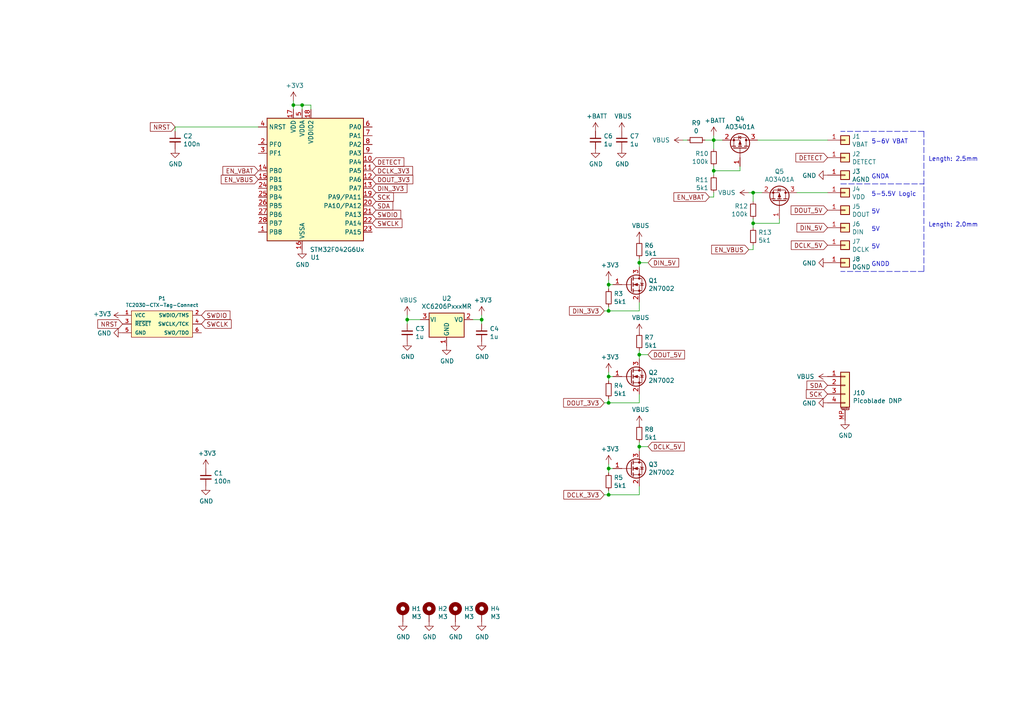
<source format=kicad_sch>
(kicad_sch (version 20211123) (generator eeschema)
  (paper "A4")
  (title_block (title "EF-S Mount board") (date "2023-02-02") (rev "v1.0.1") (company "Jana Marie hemsing"))
  (lib_symbols
    (symbol "Connector_Generic:Conn_01x01" (pin_names (offset 1.016) hide)
      (property "Reference" "J" (at 0 2.54 0))
      (property "Value" "Conn_01x01" (at 0 -2.54 0))
      (symbol "Conn_01x01_1_1"
        (rectangle (start -1.27 0.127) (end 0 -0.127) (stroke (width 0.1524)))
        (rectangle (start -1.27 1.27) (end 1.27 -1.27) (stroke (width 0.254)) (fill (type background)))
        (pin passive line (at -5.08 0 0) (length 3.81) (name "Pin_1") (number "1"))
      )
    )
    (symbol "Connector_Generic_MountingPin:Conn_01x04_MountingPin" (pin_names (offset 1.016) hide)
      (property "Reference" "J" (at 0 5.08 0))
      (property "Value" "Conn_01x04_MountingPin" (at 1.27 -7.62 0))
      (symbol "Conn_01x04_MountingPin_1_1"
        (rectangle (start -1.27 -4.953) (end 0 -5.207) (stroke (width 0.1524)))
        (rectangle (start -1.27 -2.413) (end 0 -2.667) (stroke (width 0.1524)))
        (rectangle (start -1.27 0.127) (end 0 -0.127) (stroke (width 0.1524)))
        (rectangle (start -1.27 2.667) (end 0 2.413) (stroke (width 0.1524)))
        (rectangle (start -1.27 3.81) (end 1.27 -6.35) (stroke (width 0.254)) (fill (type background)))
        (polyline (pts (xy -1.016 -7.112) (xy 1.016 -7.112)) (stroke (width 0.1524)))
        (text "Mounting" (at 0 -6.731 0) (effects (font (size 0.381 0.381))))
        (pin passive line (at -5.08 2.54 0) (length 3.81) (name "Pin_1") (number "1"))
        (pin passive line (at -5.08 0 0) (length 3.81) (name "Pin_2") (number "2"))
        (pin passive line (at -5.08 -2.54 0) (length 3.81) (name "Pin_3") (number "3"))
        (pin passive line (at -5.08 -5.08 0) (length 3.81) (name "Pin_4") (number "4"))
        (pin passive line (at 0 -10.16 90) (length 3.048) (name "MountPin") (number "MP"))
      )
    )
    (symbol "Device:C_Small" (pin_numbers hide) (pin_names (offset 0.254) hide)
      (property "Reference" "C" (at 0.254 1.778 0))
      (property "Value" "C_Small" (at 0.254 -2.032 0))
      (symbol "C_Small_0_1"
        (polyline (pts (xy -1.524 -0.508) (xy 1.524 -0.508)) (stroke (width 0.3302)))
        (polyline (pts (xy -1.524 0.508) (xy 1.524 0.508)) (stroke (width 0.3048)))
      )
      (symbol "C_Small_1_1"
        (pin passive line (at 0 2.54 270) (length 2.032) (name "~") (number "1"))
        (pin passive line (at 0 -2.54 90) (length 2.032) (name "~") (number "2"))
      )
    )
    (symbol "Device:R_Small" (pin_numbers hide) (pin_names (offset 0.254) hide)
      (property "Reference" "R" (at 0.762 0.508 0))
      (property "Value" "R_Small" (at 0.762 -1.016 0))
      (symbol "R_Small_0_1"
        (rectangle (start -0.762 1.778) (end 0.762 -1.778) (stroke (width 0.2032)))
      )
      (symbol "R_Small_1_1"
        (pin passive line (at 0 2.54 270) (length 0.762) (name "~") (number "1"))
        (pin passive line (at 0 -2.54 90) (length 0.762) (name "~") (number "2"))
      )
    )
    (symbol "MCU_ST_STM32F0:STM32F042G6Ux"
      (property "Reference" "U" (at -15.24 19.05 0))
      (property "Value" "STM32F042G6Ux" (at 0 19.05 0))
      (symbol "STM32F042G6Ux_0_1"
        (rectangle (start -15.24 -17.78) (end 12.7 17.78) (stroke (width 0.254)) (fill (type background)))
      )
      (symbol "STM32F042G6Ux_1_1"
        (pin bidirectional line (at -17.78 -15.24 0) (length 2.54) (name "PB8") (number "1"))
        (pin bidirectional line (at 15.24 5.08 180) (length 2.54) (name "PA4") (number "10"))
        (pin bidirectional line (at 15.24 2.54 180) (length 2.54) (name "PA5") (number "11"))
        (pin bidirectional line (at 15.24 0 180) (length 2.54) (name "PA6") (number "12"))
        (pin bidirectional line (at 15.24 -2.54 180) (length 2.54) (name "PA7") (number "13"))
        (pin bidirectional line (at -17.78 2.54 0) (length 2.54) (name "PB0") (number "14"))
        (pin bidirectional line (at -17.78 0 0) (length 2.54) (name "PB1") (number "15"))
        (pin power_in line (at -5.08 -20.32 90) (length 2.54) (name "VSSA") (number "16"))
        (pin power_in line (at -7.62 20.32 270) (length 2.54) (name "VDD") (number "17"))
        (pin power_in line (at -2.54 20.32 270) (length 2.54) (name "VDDIO2") (number "18"))
        (pin bidirectional line (at 15.24 -5.08 180) (length 2.54) (name "PA9/PA11") (number "19"))
        (pin input line (at -17.78 10.16 0) (length 2.54) (name "PF0") (number "2"))
        (pin bidirectional line (at 15.24 -7.62 180) (length 2.54) (name "PA10/PA12") (number "20"))
        (pin bidirectional line (at 15.24 -10.16 180) (length 2.54) (name "PA13") (number "21"))
        (pin bidirectional line (at 15.24 -12.7 180) (length 2.54) (name "PA14") (number "22"))
        (pin bidirectional line (at 15.24 -15.24 180) (length 2.54) (name "PA15") (number "23"))
        (pin bidirectional line (at -17.78 -2.54 0) (length 2.54) (name "PB3") (number "24"))
        (pin bidirectional line (at -17.78 -5.08 0) (length 2.54) (name "PB4") (number "25"))
        (pin bidirectional line (at -17.78 -7.62 0) (length 2.54) (name "PB5") (number "26"))
        (pin bidirectional line (at -17.78 -10.16 0) (length 2.54) (name "PB6") (number "27"))
        (pin bidirectional line (at -17.78 -12.7 0) (length 2.54) (name "PB7") (number "28"))
        (pin input line (at -17.78 7.62 0) (length 2.54) (name "PF1") (number "3"))
        (pin input line (at -17.78 15.24 0) (length 2.54) (name "NRST") (number "4"))
        (pin power_in line (at -5.08 20.32 270) (length 2.54) (name "VDDA") (number "5"))
        (pin bidirectional line (at 15.24 15.24 180) (length 2.54) (name "PA0") (number "6"))
        (pin bidirectional line (at 15.24 12.7 180) (length 2.54) (name "PA1") (number "7"))
        (pin bidirectional line (at 15.24 10.16 180) (length 2.54) (name "PA2") (number "8"))
        (pin bidirectional line (at 15.24 7.62 180) (length 2.54) (name "PA3") (number "9"))
      )
    )
    (symbol "Mechanical:MountingHole_Pad" (pin_numbers hide) (pin_names (offset 1.016) hide)
      (property "Reference" "H" (at 0 6.35 0))
      (property "Value" "MountingHole_Pad" (at 0 4.445 0))
      (symbol "MountingHole_Pad_0_1"
        (circle (center 0 1.27) (radius 1.27) (stroke (width 1.27)))
      )
      (symbol "MountingHole_Pad_1_1"
        (pin input line (at 0 -2.54 90) (length 2.54) (name "1") (number "1"))
      )
    )
    (symbol "Regulator_Linear:XC6206PxxxMR" (pin_names (offset 0.254))
      (property "Reference" "U" (at -3.81 3.175 0))
      (property "Value" "XC6206PxxxMR" (at 0 3.175 0))
      (symbol "XC6206PxxxMR_0_1"
        (rectangle (start -5.08 1.905) (end 5.08 -5.08) (stroke (width 0.254)) (fill (type background)))
      )
      (symbol "XC6206PxxxMR_1_1"
        (pin power_in line (at 0 -7.62 90) (length 2.54) (name "GND") (number "1"))
        (pin power_out line (at 7.62 0 180) (length 2.54) (name "VO") (number "2"))
        (pin power_in line (at -7.62 0 0) (length 2.54) (name "VI") (number "3"))
      )
    )
    (symbol "Transistor_FET:2N7002" (pin_names hide)
      (property "Reference" "Q" (at 5.08 1.905 0))
      (property "Value" "2N7002" (at 5.08 0 0))
      (symbol "2N7002_0_1"
        (polyline (pts (xy 0.254 0) (xy -2.54 0)))
        (polyline (pts (xy 0.254 1.905) (xy 0.254 -1.905)) (stroke (width 0.254)))
        (polyline (pts (xy 0.762 -1.27) (xy 0.762 -2.286)) (stroke (width 0.254)))
        (polyline (pts (xy 0.762 0.508) (xy 0.762 -0.508)) (stroke (width 0.254)))
        (polyline (pts (xy 0.762 2.286) (xy 0.762 1.27)) (stroke (width 0.254)))
        (polyline (pts (xy 2.54 2.54) (xy 2.54 1.778)))
        (polyline (pts (xy 2.54 -2.54) (xy 2.54 0) (xy 0.762 0)))
        (polyline (pts (xy 0.762 -1.778) (xy 3.302 -1.778) (xy 3.302 1.778) (xy 0.762 1.778)))
        (polyline (pts (xy 1.016 0) (xy 2.032 0.381) (xy 2.032 -0.381) (xy 1.016 0)) (fill (type outline)))
        (polyline (pts (xy 2.794 0.508) (xy 2.921 0.381) (xy 3.683 0.381) (xy 3.81 0.254)))
        (polyline (pts (xy 3.302 0.381) (xy 2.921 -0.254) (xy 3.683 -0.254) (xy 3.302 0.381)))
        (circle (center 1.651 0) (radius 2.794) (stroke (width 0.254)))
        (circle (center 2.54 -1.778) (radius 0.254) (fill (type outline)))
        (circle (center 2.54 1.778) (radius 0.254) (fill (type outline)))
      )
      (symbol "2N7002_1_1"
        (pin input line (at -5.08 0 0) (length 2.54) (name "G") (number "1"))
        (pin passive line (at 2.54 -5.08 90) (length 2.54) (name "S") (number "2"))
        (pin passive line (at 2.54 5.08 270) (length 2.54) (name "D") (number "3"))
      )
    )
    (symbol "Transistor_FET:AO3401A" (pin_names hide)
      (property "Reference" "Q" (at 5.08 1.905 0))
      (property "Value" "AO3401A" (at 5.08 0 0))
      (symbol "AO3401A_0_1"
        (polyline (pts (xy 0.254 0) (xy -2.54 0)))
        (polyline (pts (xy 0.254 1.905) (xy 0.254 -1.905)) (stroke (width 0.254)))
        (polyline (pts (xy 0.762 -1.27) (xy 0.762 -2.286)) (stroke (width 0.254)))
        (polyline (pts (xy 0.762 0.508) (xy 0.762 -0.508)) (stroke (width 0.254)))
        (polyline (pts (xy 0.762 2.286) (xy 0.762 1.27)) (stroke (width 0.254)))
        (polyline (pts (xy 2.54 2.54) (xy 2.54 1.778)))
        (polyline (pts (xy 2.54 -2.54) (xy 2.54 0) (xy 0.762 0)))
        (polyline (pts (xy 0.762 1.778) (xy 3.302 1.778) (xy 3.302 -1.778) (xy 0.762 -1.778)))
        (polyline (pts (xy 2.286 0) (xy 1.27 0.381) (xy 1.27 -0.381) (xy 2.286 0)) (fill (type outline)))
        (polyline (pts (xy 2.794 -0.508) (xy 2.921 -0.381) (xy 3.683 -0.381) (xy 3.81 -0.254)))
        (polyline (pts (xy 3.302 -0.381) (xy 2.921 0.254) (xy 3.683 0.254) (xy 3.302 -0.381)))
        (circle (center 1.651 0) (radius 2.794) (stroke (width 0.254)))
        (circle (center 2.54 -1.778) (radius 0.254) (fill (type outline)))
        (circle (center 2.54 1.778) (radius 0.254) (fill (type outline)))
      )
      (symbol "AO3401A_1_1"
        (pin input line (at -5.08 0 0) (length 2.54) (name "G") (number "1"))
        (pin passive line (at 2.54 -5.08 90) (length 2.54) (name "S") (number "2"))
        (pin passive line (at 2.54 5.08 270) (length 2.54) (name "D") (number "3"))
      )
    )
    (symbol "otter:TC2030-CTX-Tag-Connect" (pin_names (offset 1.016))
      (property "Reference" "P" (at -1.27 -5.08 0))
      (property "Value" "TC2030-CTX-Tag-Connect" (at 0 5.08 0))
      (symbol "TC2030-CTX-Tag-Connect_0_1"
        (rectangle (start 8.89 3.81) (end -8.89 -3.81) (fill (type background)))
      )
      (symbol "TC2030-CTX-Tag-Connect_1_1"
        (pin passive line (at -11.43 2.54 0) (length 2.54) (name "VCC") (number "1"))
        (pin passive line (at 11.43 2.54 180) (length 2.54) (name "SWDIO/TMS") (number "2"))
        (pin passive line (at -11.43 0 0) (length 2.54) (name "~{RESET}") (number "3"))
        (pin passive line (at 11.43 0 180) (length 2.54) (name "SWCLK/TCK") (number "4"))
        (pin passive line (at -11.43 -2.54 0) (length 2.54) (name "GND") (number "5"))
        (pin passive line (at 11.43 -2.54 180) (length 2.54) (name "SWO/TDO") (number "6"))
      )
    )
    (symbol "power:+3V3" (power) (pin_names (offset 0))
      (property "Value" "+3V3" (at 0 3.556 0))
      (symbol "+3V3_0_1"
        (polyline (pts (xy -0.762 1.27) (xy 0 2.54)))
        (polyline (pts (xy 0 0) (xy 0 2.54)))
        (polyline (pts (xy 0 2.54) (xy 0.762 1.27)))
      )
      (symbol "+3V3_1_1"
        (pin power_in line (at 0 0 90) (length 0) hide (name "+3V3") (number "1"))
      )
    )
    (symbol "power:+BATT" (power) (pin_names (offset 0))
      (property "Value" "+BATT" (at 0 3.556 0))
      (symbol "+BATT_0_1"
        (polyline (pts (xy -0.762 1.27) (xy 0 2.54)))
        (polyline (pts (xy 0 0) (xy 0 2.54)))
        (polyline (pts (xy 0 2.54) (xy 0.762 1.27)))
      )
      (symbol "+BATT_1_1"
        (pin power_in line (at 0 0 90) (length 0) hide (name "+BATT") (number "1"))
      )
    )
    (symbol "power:GND" (power) (pin_names (offset 0))
      (property "Value" "GND" (at 0 -3.81 0))
      (symbol "GND_0_1"
        (polyline (pts (xy 0 0) (xy 0 -1.27) (xy 1.27 -1.27) (xy 0 -2.54) (xy -1.27 -1.27) (xy 0 -1.27)))
      )
      (symbol "GND_1_1"
        (pin power_in line (at 0 0 270) (length 0) hide (name "GND") (number "1"))
      )
    )
    (symbol "power:VBUS" (power) (pin_names (offset 0))
      (property "Value" "VBUS" (at 0 3.81 0))
      (symbol "VBUS_0_1"
        (polyline (pts (xy -0.762 1.27) (xy 0 2.54)))
        (polyline (pts (xy 0 0) (xy 0 2.54)))
        (polyline (pts (xy 0 2.54) (xy 0.762 1.27)))
      )
      (symbol "VBUS_1_1"
        (pin power_in line (at 0 0 90) (length 0) hide (name "VBUS") (number "1"))
      )
    )
  )
  (junction (at 176.53 135.89))
  (junction (at 185.42 129.54))
  (junction (at 185.42 76.2))
  (junction (at 185.42 102.87))
  (junction (at 176.53 109.22))
  (junction (at 176.53 116.84))
  (junction (at 85.09 30.48))
  (junction (at 87.63 30.48))
  (junction (at 176.53 143.51))
  (junction (at 218.44 64.77))
  (junction (at 176.53 90.17))
  (junction (at 139.7 92.71))
  (junction (at 176.53 82.55))
  (junction (at 218.44 55.88))
  (junction (at 118.11 92.71))
  (junction (at 207.01 40.64))
  (junction (at 207.01 49.53))
  (wire (pts (xy 207.01 57.15) (xy 205.74 57.15)))
  (polyline (pts (xy 267.97 38.1) (xy 267.97 78.74)))
  (wire (pts (xy 50.8 36.83) (xy 50.8 38.1)))
  (wire (pts (xy 185.42 116.84) (xy 176.53 116.84)))
  (wire (pts (xy 198.12 40.64) (xy 199.39 40.64)))
  (wire (pts (xy 218.44 64.77) (xy 226.06 64.77)))
  (wire (pts (xy 207.01 49.53) (xy 207.01 48.26)))
  (wire (pts (xy 176.53 109.22) (xy 176.53 110.49)))
  (wire (pts (xy 226.06 64.77) (xy 226.06 63.5)))
  (wire (pts (xy 176.53 134.62) (xy 176.53 135.89)))
  (wire (pts (xy 87.63 31.75) (xy 87.63 30.48)))
  (wire (pts (xy 137.16 92.71) (xy 139.7 92.71)))
  (wire (pts (xy 185.42 102.87) (xy 185.42 104.14)))
  (polyline (pts (xy 267.97 78.74) (xy 243.84 78.74)))
  (wire (pts (xy 185.42 74.93) (xy 185.42 76.2)))
  (wire (pts (xy 121.92 92.71) (xy 118.11 92.71)))
  (wire (pts (xy 176.53 90.17) (xy 176.53 88.9)))
  (wire (pts (xy 185.42 140.97) (xy 185.42 143.51)))
  (wire (pts (xy 176.53 82.55) (xy 176.53 83.82)))
  (wire (pts (xy 185.42 128.27) (xy 185.42 129.54)))
  (wire (pts (xy 176.53 116.84) (xy 175.26 116.84)))
  (polyline (pts (xy 243.84 53.34) (xy 267.97 53.34)))
  (wire (pts (xy 85.09 30.48) (xy 87.63 30.48)))
  (wire (pts (xy 185.42 129.54) (xy 185.42 130.81)))
  (wire (pts (xy 50.8 36.83) (xy 74.93 36.83)))
  (wire (pts (xy 185.42 101.6) (xy 185.42 102.87)))
  (wire (pts (xy 209.55 40.64) (xy 207.01 40.64)))
  (wire (pts (xy 177.8 82.55) (xy 176.53 82.55)))
  (wire (pts (xy 204.47 40.64) (xy 207.01 40.64)))
  (wire (pts (xy 139.7 92.71) (xy 139.7 93.98)))
  (polyline (pts (xy 267.97 38.1) (xy 243.84 38.1)))
  (wire (pts (xy 185.42 87.63) (xy 185.42 90.17)))
  (wire (pts (xy 185.42 143.51) (xy 176.53 143.51)))
  (wire (pts (xy 185.42 90.17) (xy 176.53 90.17)))
  (wire (pts (xy 176.53 90.17) (xy 175.26 90.17)))
  (wire (pts (xy 176.53 143.51) (xy 176.53 142.24)))
  (wire (pts (xy 176.53 135.89) (xy 176.53 137.16)))
  (wire (pts (xy 231.14 55.88) (xy 240.03 55.88)))
  (wire (pts (xy 177.8 109.22) (xy 176.53 109.22)))
  (wire (pts (xy 176.53 116.84) (xy 176.53 115.57)))
  (wire (pts (xy 218.44 71.12) (xy 218.44 72.39)))
  (wire (pts (xy 218.44 55.88) (xy 218.44 58.42)))
  (wire (pts (xy 207.01 50.8) (xy 207.01 49.53)))
  (wire (pts (xy 218.44 55.88) (xy 220.98 55.88)))
  (wire (pts (xy 218.44 64.77) (xy 218.44 63.5)))
  (wire (pts (xy 185.42 129.54) (xy 187.96 129.54)))
  (wire (pts (xy 207.01 49.53) (xy 214.63 49.53)))
  (wire (pts (xy 218.44 66.04) (xy 218.44 64.77)))
  (wire (pts (xy 185.42 102.87) (xy 187.96 102.87)))
  (wire (pts (xy 85.09 29.21) (xy 85.09 30.48)))
  (wire (pts (xy 118.11 92.71) (xy 118.11 93.98)))
  (wire (pts (xy 87.63 30.48) (xy 90.17 30.48)))
  (wire (pts (xy 176.53 107.95) (xy 176.53 109.22)))
  (wire (pts (xy 176.53 143.51) (xy 175.26 143.51)))
  (wire (pts (xy 207.01 55.88) (xy 207.01 57.15)))
  (wire (pts (xy 218.44 72.39) (xy 217.17 72.39)))
  (wire (pts (xy 90.17 30.48) (xy 90.17 31.75)))
  (wire (pts (xy 207.01 43.18) (xy 207.01 40.64)))
  (wire (pts (xy 118.11 91.44) (xy 118.11 92.71)))
  (wire (pts (xy 185.42 76.2) (xy 187.96 76.2)))
  (wire (pts (xy 85.09 31.75) (xy 85.09 30.48)))
  (wire (pts (xy 217.17 55.88) (xy 218.44 55.88)))
  (wire (pts (xy 214.63 49.53) (xy 214.63 48.26)))
  (wire (pts (xy 139.7 91.44) (xy 139.7 92.71)))
  (wire (pts (xy 219.71 40.64) (xy 240.03 40.64)))
  (wire (pts (xy 177.8 135.89) (xy 176.53 135.89)))
  (wire (pts (xy 207.01 40.64) (xy 207.01 39.37)))
  (wire (pts (xy 185.42 114.3) (xy 185.42 116.84)))
  (wire (pts (xy 185.42 76.2) (xy 185.42 77.47)))
  (wire (pts (xy 176.53 81.28) (xy 176.53 82.55)))
  (text "GNDD" (at 252.73 77.47 0) (effects (font (size 1.27 1.27)) (justify left bottom)))
  (text "5-6V VBAT" (at 252.73 41.91 0) (effects (font (size 1.27 1.27)) (justify left bottom)))
  (text "Length: 2.5mm " (at 269.24 46.99 0) (effects (font (size 1.27 1.27)) (justify left bottom)))
  (text "5-5.5V Logic" (at 252.73 57.15 0) (effects (font (size 1.27 1.27)) (justify left bottom)))
  (text "GNDA" (at 252.73 52.07 0) (effects (font (size 1.27 1.27)) (justify left bottom)))
  (text "5V" (at 252.73 62.23 0) (effects (font (size 1.27 1.27)) (justify left bottom)))
  (text "5V" (at 252.73 72.39 0) (effects (font (size 1.27 1.27)) (justify left bottom)))
  (text "5V\n" (at 252.73 67.31 0) (effects (font (size 1.27 1.27)) (justify left bottom)))
  (text "Length: 2.0mm " (at 269.24 66.04 0) (effects (font (size 1.27 1.27)) (justify left bottom)))
  (global_label "DETECT" (shape input) (at 107.95 46.99 0) (property "Intersheet References" "${INTERSHEET_REFS}" (effects hide)))
  (global_label "SWCLK" (shape input) (at 107.95 64.77 0) (property "Intersheet References" "${INTERSHEET_REFS}" (effects hide)))
  (global_label "DOUT_3V3" (shape input) (at 175.26 116.84 180) (property "Intersheet References" "${INTERSHEET_REFS}" (effects hide)))
  (global_label "DIN_3V3" (shape input) (at 107.95 54.61 0) (property "Intersheet References" "${INTERSHEET_REFS}" (effects hide)))
  (global_label "DIN_3V3" (shape input) (at 175.26 90.17 180) (property "Intersheet References" "${INTERSHEET_REFS}" (effects hide)))
  (global_label "DOUT_5V" (shape input) (at 187.96 102.87 0) (property "Intersheet References" "${INTERSHEET_REFS}" (effects hide)))
  (global_label "NRST" (shape input) (at 35.56 93.98 180) (property "Intersheet References" "${INTERSHEET_REFS}" (effects hide)))
  (global_label "DOUT_5V" (shape input) (at 240.03 60.96 180) (property "Intersheet References" "${INTERSHEET_REFS}" (effects hide)))
  (global_label "DOUT_3V3" (shape input) (at 107.95 52.07 0) (property "Intersheet References" "${INTERSHEET_REFS}" (effects hide)))
  (global_label "DCLK_3V3" (shape input) (at 107.95 49.53 0) (property "Intersheet References" "${INTERSHEET_REFS}" (effects hide)))
  (global_label "DETECT" (shape input) (at 240.03 45.72 180) (property "Intersheet References" "${INTERSHEET_REFS}" (effects hide)))
  (global_label "DIN_5V" (shape input) (at 240.03 66.04 180) (property "Intersheet References" "${INTERSHEET_REFS}" (effects hide)))
  (global_label "SDA" (shape input) (at 107.95 59.69 0) (property "Intersheet References" "${INTERSHEET_REFS}" (effects hide)))
  (global_label "SCK" (shape input) (at 107.95 57.15 0) (property "Intersheet References" "${INTERSHEET_REFS}" (effects hide)))
  (global_label "SWCLK" (shape input) (at 58.42 93.98 0) (property "Intersheet References" "${INTERSHEET_REFS}" (effects hide)))
  (global_label "SWDIO" (shape input) (at 58.42 91.44 0) (property "Intersheet References" "${INTERSHEET_REFS}" (effects hide)))
  (global_label "EN_VBAT" (shape input) (at 205.74 57.15 180) (property "Intersheet References" "${INTERSHEET_REFS}" (effects hide)))
  (global_label "SWDIO" (shape input) (at 107.95 62.23 0) (property "Intersheet References" "${INTERSHEET_REFS}" (effects hide)))
  (global_label "SCK" (shape input) (at 240.03 114.3 180) (property "Intersheet References" "${INTERSHEET_REFS}" (effects hide)))
  (global_label "EN_VBUS" (shape input) (at 217.17 72.39 180) (property "Intersheet References" "${INTERSHEET_REFS}" (effects hide)))
  (global_label "DCLK_5V" (shape input) (at 187.96 129.54 0) (property "Intersheet References" "${INTERSHEET_REFS}" (effects hide)))
  (global_label "SDA" (shape input) (at 240.03 111.76 180) (property "Intersheet References" "${INTERSHEET_REFS}" (effects hide)))
  (global_label "EN_VBUS" (shape input) (at 74.93 52.07 180) (property "Intersheet References" "${INTERSHEET_REFS}" (effects hide)))
  (global_label "NRST" (shape input) (at 50.8 36.83 180) (property "Intersheet References" "${INTERSHEET_REFS}" (effects hide)))
  (global_label "EN_VBAT" (shape input) (at 74.93 49.53 180) (property "Intersheet References" "${INTERSHEET_REFS}" (effects hide)))
  (global_label "DCLK_3V3" (shape input) (at 175.26 143.51 180) (property "Intersheet References" "${INTERSHEET_REFS}" (effects hide)))
  (global_label "DIN_5V" (shape input) (at 187.96 76.2 0) (property "Intersheet References" "${INTERSHEET_REFS}" (effects hide)))
  (global_label "DCLK_5V" (shape input) (at 240.03 71.12 180) (property "Intersheet References" "${INTERSHEET_REFS}" (effects hide)))
  (symbol (lib_id "Connector_Generic:Conn_01x01") (at 245.11 40.64 0) (unit 1)
    (property "Reference" "J1" (at 247.142 39.5732 0) (effects (justify left)))
    (property "Value" "VBAT" (at 247.142 41.8846 0) (effects (justify left)))
    (property "Footprint" "otter:PH-MVF-5365" (effects hide))
    (property "Mouser" "581-709150001025006" (effects hide))
  )
  (symbol (lib_id "Connector_Generic:Conn_01x01") (at 245.11 45.72 0) (unit 1)
    (property "Reference" "J2" (at 247.142 44.6532 0) (effects (justify left)))
    (property "Value" "DETECT" (at 247.142 46.9646 0) (effects (justify left)))
    (property "Footprint" "otter:PH-MVF-5365" (effects hide))
    (property "Mouser" "581-709150001025006" (effects hide))
  )
  (symbol (lib_id "Connector_Generic:Conn_01x01") (at 245.11 50.8 0) (unit 1)
    (property "Reference" "J3" (at 247.142 49.7332 0) (effects (justify left)))
    (property "Value" "AGND" (at 247.142 52.0446 0) (effects (justify left)))
    (property "Footprint" "otter:PH-MVF-5365" (effects hide))
    (property "Mouser" "581-709150001025006" (effects hide))
  )
  (symbol (lib_id "Connector_Generic:Conn_01x01") (at 245.11 55.88 0) (unit 1)
    (property "Reference" "J4" (at 247.142 54.8132 0) (effects (justify left)))
    (property "Value" "VDD" (at 247.142 57.1246 0) (effects (justify left)))
    (property "Footprint" "otter:PH-MVF-5365" (effects hide))
    (property "Mouser" "581-709150001020006" (effects hide))
  )
  (symbol (lib_id "Connector_Generic:Conn_01x01") (at 245.11 60.96 0) (unit 1)
    (property "Reference" "J5" (at 247.142 59.8932 0) (effects (justify left)))
    (property "Value" "DOUT" (at 247.142 62.2046 0) (effects (justify left)))
    (property "Footprint" "otter:PH-MVF-5365" (effects hide))
    (property "Mouser" "581-709150001020006" (effects hide))
  )
  (symbol (lib_id "Connector_Generic:Conn_01x01") (at 245.11 66.04 0) (unit 1)
    (property "Reference" "J6" (at 247.142 64.9732 0) (effects (justify left)))
    (property "Value" "DIN" (at 247.142 67.2846 0) (effects (justify left)))
    (property "Footprint" "otter:PH-MVF-5365" (effects hide))
    (property "Mouser" "581-709150001020006" (effects hide))
  )
  (symbol (lib_id "Connector_Generic:Conn_01x01") (at 245.11 71.12 0) (unit 1)
    (property "Reference" "J7" (at 247.142 70.0532 0) (effects (justify left)))
    (property "Value" "DCLK" (at 247.142 72.3646 0) (effects (justify left)))
    (property "Footprint" "otter:PH-MVF-5365" (effects hide))
    (property "Mouser" "581-709150001020006" (effects hide))
  )
  (symbol (lib_id "Connector_Generic:Conn_01x01") (at 245.11 76.2 0) (unit 1)
    (property "Reference" "J8" (at 247.142 75.1332 0) (effects (justify left)))
    (property "Value" "DGND" (at 247.142 77.4446 0) (effects (justify left)))
    (property "Footprint" "otter:PH-MVF-5365" (effects hide))
    (property "Mouser" "581-709150001020006" (effects hide))
  )
  (symbol (lib_id "power:+BATT") (at 207.01 39.37 0) (unit 1)
    (property "Reference" "#PWR0101" (effects hide))
    (property "Value" "+BATT" (at 207.391 34.9758 0))
  )
  (symbol (lib_id "power:GND") (at 240.03 76.2 270) (unit 1)
    (property "Reference" "#PWR0105" (effects hide))
    (property "Value" "GND" (at 236.7788 76.327 90) (effects (justify right)))
  )
  (symbol (lib_id "Device:R_Small") (at 201.93 40.64 270) (unit 1)
    (property "Reference" "R9" (at 201.93 35.6616 90))
    (property "Value" "0" (at 201.93 37.973 90))
    (property "Footprint" "otter:R_0402" (effects hide))
  )
  (symbol (lib_id "power:VBUS") (at 198.12 40.64 90) (unit 1)
    (property "Reference" "#PWR0112" (effects hide))
    (property "Value" "VBUS" (at 194.31 40.64 90) (effects (justify left)))
  )
  (symbol (lib_id "power:GND") (at 240.03 50.8 270) (unit 1)
    (property "Reference" "#PWR0113" (effects hide))
    (property "Value" "GND" (at 236.7788 50.927 90) (effects (justify right)))
  )
  (symbol (lib_id "Device:C_Small") (at 50.8 40.64 0) (unit 1)
    (property "Reference" "C2" (at 53.1368 39.4716 0) (effects (justify left)))
    (property "Value" "100n" (at 53.1368 41.783 0) (effects (justify left)))
    (property "Footprint" "otter:C_0402" (effects hide))
  )
  (symbol (lib_id "power:GND") (at 50.8 43.18 0) (unit 1)
    (property "Reference" "#PWR0116" (effects hide))
    (property "Value" "GND" (at 50.927 47.5742 0))
  )
  (symbol (lib_id "power:GND") (at 87.63 72.39 0) (unit 1)
    (property "Reference" "#PWR0117" (effects hide))
    (property "Value" "GND" (at 87.757 76.7842 0))
  )
  (symbol (lib_id "Device:R_Small") (at 176.53 86.36 0) (unit 1)
    (property "Reference" "R3" (at 178.0286 85.1916 0) (effects (justify left)))
    (property "Value" "5k1" (at 178.0286 87.503 0) (effects (justify left)))
    (property "Footprint" "otter:R_0402" (effects hide))
  )
  (symbol (lib_id "Transistor_FET:2N7002") (at 182.88 82.55 0) (unit 1)
    (property "Reference" "Q1" (at 188.0616 81.3816 0) (effects (justify left)))
    (property "Value" "2N7002" (at 188.0616 83.693 0) (effects (justify left)))
    (property "Footprint" "Package_TO_SOT_SMD:SOT-23" (effects hide))
    (property "Datasheet" "https://www.fairchildsemi.com/datasheets/2N/2N7002.pdf" (effects hide))
  )
  (symbol (lib_id "Device:R_Small") (at 185.42 72.39 0) (unit 1)
    (property "Reference" "R6" (at 186.9186 71.2216 0) (effects (justify left)))
    (property "Value" "5k1" (at 186.9186 73.533 0) (effects (justify left)))
    (property "Footprint" "otter:R_0402" (effects hide))
  )
  (symbol (lib_id "power:+3V3") (at 176.53 81.28 0) (unit 1)
    (property "Reference" "#PWR0118" (effects hide))
    (property "Value" "+3V3" (at 176.911 76.8858 0))
  )
  (symbol (lib_id "power:VBUS") (at 185.42 69.85 0) (unit 1)
    (property "Reference" "#PWR0119" (effects hide))
    (property "Value" "VBUS" (at 185.801 65.4558 0))
  )
  (symbol (lib_id "Device:R_Small") (at 176.53 113.03 0) (unit 1)
    (property "Reference" "R4" (at 178.0286 111.8616 0) (effects (justify left)))
    (property "Value" "5k1" (at 178.0286 114.173 0) (effects (justify left)))
    (property "Footprint" "otter:R_0402" (effects hide))
  )
  (symbol (lib_id "Transistor_FET:2N7002") (at 182.88 109.22 0) (unit 1)
    (property "Reference" "Q2" (at 188.0616 108.0516 0) (effects (justify left)))
    (property "Value" "2N7002" (at 188.0616 110.363 0) (effects (justify left)))
    (property "Footprint" "Package_TO_SOT_SMD:SOT-23" (effects hide))
    (property "Datasheet" "https://www.fairchildsemi.com/datasheets/2N/2N7002.pdf" (effects hide))
  )
  (symbol (lib_id "Device:R_Small") (at 185.42 99.06 0) (unit 1)
    (property "Reference" "R7" (at 186.9186 97.8916 0) (effects (justify left)))
    (property "Value" "5k1" (at 186.9186 100.203 0) (effects (justify left)))
    (property "Footprint" "otter:R_0402" (effects hide))
  )
  (symbol (lib_id "power:+3V3") (at 176.53 107.95 0) (unit 1)
    (property "Reference" "#PWR0120" (effects hide))
    (property "Value" "+3V3" (at 176.911 103.5558 0))
  )
  (symbol (lib_id "power:VBUS") (at 185.42 96.52 0) (unit 1)
    (property "Reference" "#PWR0121" (effects hide))
    (property "Value" "VBUS" (at 185.801 92.1258 0))
  )
  (symbol (lib_id "Device:R_Small") (at 176.53 139.7 0) (unit 1)
    (property "Reference" "R5" (at 178.0286 138.5316 0) (effects (justify left)))
    (property "Value" "5k1" (at 178.0286 140.843 0) (effects (justify left)))
    (property "Footprint" "otter:R_0402" (effects hide))
  )
  (symbol (lib_id "Transistor_FET:2N7002") (at 182.88 135.89 0) (unit 1)
    (property "Reference" "Q3" (at 188.0616 134.7216 0) (effects (justify left)))
    (property "Value" "2N7002" (at 188.0616 137.033 0) (effects (justify left)))
    (property "Footprint" "Package_TO_SOT_SMD:SOT-23" (effects hide))
    (property "Datasheet" "https://www.fairchildsemi.com/datasheets/2N/2N7002.pdf" (effects hide))
  )
  (symbol (lib_id "Device:R_Small") (at 185.42 125.73 0) (unit 1)
    (property "Reference" "R8" (at 186.9186 124.5616 0) (effects (justify left)))
    (property "Value" "5k1" (at 186.9186 126.873 0) (effects (justify left)))
    (property "Footprint" "otter:R_0402" (effects hide))
  )
  (symbol (lib_id "power:+3V3") (at 176.53 134.62 0) (unit 1)
    (property "Reference" "#PWR0122" (effects hide))
    (property "Value" "+3V3" (at 176.911 130.2258 0))
  )
  (symbol (lib_id "power:VBUS") (at 185.42 123.19 0) (unit 1)
    (property "Reference" "#PWR0123" (effects hide))
    (property "Value" "VBUS" (at 185.801 118.7958 0))
  )
  (symbol (lib_id "Regulator_Linear:XC6206PxxxMR") (at 129.54 92.71 0) (unit 1)
    (property "Reference" "U2" (at 129.54 86.5632 0))
    (property "Value" "XC6206PxxxMR" (at 129.54 88.8746 0))
    (property "Footprint" "Package_TO_SOT_SMD:SOT-23" (effects hide))
    (property "Datasheet" "https://www.torexsemi.com/file/xc6206/XC6206.pdf" (effects hide))
  )
  (symbol (lib_id "Device:C_Small") (at 118.11 96.52 0) (unit 1)
    (property "Reference" "C3" (at 120.4468 95.3516 0) (effects (justify left)))
    (property "Value" "1u" (at 120.4468 97.663 0) (effects (justify left)))
    (property "Footprint" "otter:C_0603" (effects hide))
  )
  (symbol (lib_id "power:VBUS") (at 118.11 91.44 0) (unit 1)
    (property "Reference" "#PWR0124" (effects hide))
    (property "Value" "VBUS" (at 118.491 87.0458 0))
  )
  (symbol (lib_id "power:GND") (at 118.11 99.06 0) (unit 1)
    (property "Reference" "#PWR0125" (effects hide))
    (property "Value" "GND" (at 118.237 103.4542 0))
  )
  (symbol (lib_id "Device:C_Small") (at 139.7 96.52 0) (unit 1)
    (property "Reference" "C4" (at 142.0368 95.3516 0) (effects (justify left)))
    (property "Value" "1u" (at 142.0368 97.663 0) (effects (justify left)))
    (property "Footprint" "otter:C_0603" (effects hide))
  )
  (symbol (lib_id "power:GND") (at 139.7 99.06 0) (unit 1)
    (property "Reference" "#PWR0126" (effects hide))
    (property "Value" "GND" (at 139.827 103.4542 0))
  )
  (symbol (lib_id "power:GND") (at 129.54 100.33 0) (unit 1)
    (property "Reference" "#PWR0127" (effects hide))
    (property "Value" "GND" (at 129.667 104.7242 0))
  )
  (symbol (lib_id "power:+3V3") (at 139.7 91.44 0) (unit 1)
    (property "Reference" "#PWR0128" (effects hide))
    (property "Value" "+3V3" (at 140.081 87.0458 0))
  )
  (symbol (lib_id "power:+3V3") (at 85.09 29.21 0) (unit 1)
    (property "Reference" "#PWR0129" (effects hide))
    (property "Value" "+3V3" (at 85.471 24.8158 0))
  )
  (symbol (lib_id "Device:C_Small") (at 59.69 138.43 0) (unit 1)
    (property "Reference" "C1" (at 62.0268 137.2616 0) (effects (justify left)))
    (property "Value" "100n" (at 62.0268 139.573 0) (effects (justify left)))
    (property "Footprint" "otter:C_0402" (effects hide))
  )
  (symbol (lib_id "power:GND") (at 59.69 140.97 0) (unit 1)
    (property "Reference" "#PWR0130" (effects hide))
    (property "Value" "GND" (at 59.817 145.3642 0))
  )
  (symbol (lib_id "power:+3V3") (at 59.69 135.89 0) (unit 1)
    (property "Reference" "#PWR0131" (effects hide))
    (property "Value" "+3V3" (at 60.071 131.4958 0))
  )
  (symbol (lib_id "power:GND") (at 245.11 121.92 0) (unit 1)
    (property "Reference" "#PWR0132" (effects hide))
    (property "Value" "GND" (at 245.237 126.3142 0))
  )
  (symbol (lib_id "power:GND") (at 240.03 116.84 270) (unit 1)
    (property "Reference" "#PWR0133" (effects hide))
    (property "Value" "GND" (at 236.7788 116.967 90) (effects (justify right)))
  )
  (symbol (lib_id "Device:C_Small") (at 172.72 40.64 0) (unit 1)
    (property "Reference" "C6" (at 175.0568 39.4716 0) (effects (justify left)))
    (property "Value" "1u" (at 175.0568 41.783 0) (effects (justify left)))
    (property "Footprint" "otter:C_0603" (effects hide))
  )
  (symbol (lib_id "power:GND") (at 172.72 43.18 0) (unit 1)
    (property "Reference" "#PWR0137" (effects hide))
    (property "Value" "GND" (at 172.847 47.5742 0))
  )
  (symbol (lib_id "power:+BATT") (at 172.72 38.1 0) (unit 1)
    (property "Reference" "#PWR0138" (effects hide))
    (property "Value" "+BATT" (at 173.101 33.7058 0))
  )
  (symbol (lib_id "Device:C_Small") (at 180.34 40.64 0) (unit 1)
    (property "Reference" "C7" (at 182.6768 39.4716 0) (effects (justify left)))
    (property "Value" "1u" (at 182.6768 41.783 0) (effects (justify left)))
    (property "Footprint" "otter:C_0603" (effects hide))
  )
  (symbol (lib_id "power:GND") (at 180.34 43.18 0) (unit 1)
    (property "Reference" "#PWR0139" (effects hide))
    (property "Value" "GND" (at 180.467 47.5742 0))
  )
  (symbol (lib_id "power:VBUS") (at 180.34 38.1 0) (unit 1)
    (property "Reference" "#PWR0140" (effects hide))
    (property "Value" "VBUS" (at 180.721 33.7058 0))
  )
  (symbol (lib_id "otter:TC2030-CTX-Tag-Connect") (at 46.99 93.98 0) (unit 1)
    (property "Reference" "P1" (at 46.99 86.5632 0) (effects (font (size 1.016 1.016))))
    (property "Value" "TC2030-CTX-Tag-Connect" (at 46.99 88.4936 0) (effects (font (size 1.016 1.016))))
    (property "Footprint" "otter:TC2030" (effects hide))
  )
  (symbol (lib_id "power:+3V3") (at 35.56 91.44 90) (unit 1)
    (property "Reference" "#PWR0141" (effects hide))
    (property "Value" "+3V3" (at 32.3088 91.059 90) (effects (justify left)))
  )
  (symbol (lib_id "power:GND") (at 35.56 96.52 270) (unit 1)
    (property "Reference" "#PWR0142" (effects hide))
    (property "Value" "GND" (at 32.3088 96.647 90) (effects (justify right)))
  )
  (symbol (lib_id "Transistor_FET:AO3401A") (at 214.63 43.18 270) (mirror x) (unit 1)
    (property "Reference" "Q4" (at 214.63 34.4932 90))
    (property "Value" "AO3401A" (at 214.63 36.8046 90))
    (property "Footprint" "Package_TO_SOT_SMD:SOT-23" (effects hide))
    (property "Datasheet" "http://www.aosmd.com/pdfs/datasheet/AO3401A.pdf" (effects hide))
  )
  (symbol (lib_id "Device:R_Small") (at 207.01 45.72 0) (unit 1)
    (property "Reference" "R10" (at 205.5368 44.5516 0) (effects (justify right)))
    (property "Value" "100k" (at 205.5368 46.863 0) (effects (justify right)))
    (property "Footprint" "otter:R_0402" (effects hide))
  )
  (symbol (lib_id "Device:R_Small") (at 207.01 53.34 0) (unit 1)
    (property "Reference" "R11" (at 205.5114 52.1716 0) (effects (justify right)))
    (property "Value" "5k1" (at 205.5114 54.483 0) (effects (justify right)))
    (property "Footprint" "otter:R_0402" (effects hide))
  )
  (symbol (lib_id "Transistor_FET:AO3401A") (at 226.06 58.42 270) (mirror x) (unit 1)
    (property "Reference" "Q5" (at 226.06 49.7332 90))
    (property "Value" "AO3401A" (at 226.06 52.0446 90))
    (property "Footprint" "Package_TO_SOT_SMD:SOT-23" (effects hide))
    (property "Datasheet" "http://www.aosmd.com/pdfs/datasheet/AO3401A.pdf" (effects hide))
  )
  (symbol (lib_id "power:VBUS") (at 217.17 55.88 90) (unit 1)
    (property "Reference" "#PWR0114" (effects hide))
    (property "Value" "VBUS" (at 213.36 55.88 90) (effects (justify left)))
  )
  (symbol (lib_id "Connector_Generic_MountingPin:Conn_01x04_MountingPin") (at 245.11 111.76 0) (unit 1)
    (property "Reference" "J10" (at 247.3452 113.9444 0) (effects (justify left)))
    (property "Value" "Picoblade DNP" (at 247.3452 116.2558 0) (effects (justify left)))
    (property "Footprint" "Connector_Molex:Molex_PicoBlade_53398-0471_1x04-1MP_P1.25mm_Vertical" (effects hide))
  )
  (symbol (lib_id "Device:R_Small") (at 218.44 60.96 0) (unit 1)
    (property "Reference" "R12" (at 216.9668 59.7916 0) (effects (justify right)))
    (property "Value" "100k" (at 216.9668 62.103 0) (effects (justify right)))
    (property "Footprint" "otter:R_0402" (effects hide))
  )
  (symbol (lib_id "Device:R_Small") (at 218.44 68.58 0) (unit 1)
    (property "Reference" "R13" (at 219.9386 67.4116 0) (effects (justify left)))
    (property "Value" "5k1" (at 219.9386 69.723 0) (effects (justify left)))
    (property "Footprint" "otter:R_0402" (effects hide))
  )
  (symbol (lib_id "power:VBUS") (at 240.03 109.22 90) (unit 1)
    (property "Reference" "#PWR0115" (effects hide))
    (property "Value" "VBUS" (at 236.22 109.22 90) (effects (justify left)))
  )
  (symbol (lib_id "Mechanical:MountingHole_Pad") (at 116.84 177.8 0) (unit 1)
    (property "Reference" "H1" (at 119.38 176.5554 0) (effects (justify left)))
    (property "Value" "M3" (at 119.38 178.8668 0) (effects (justify left)))
    (property "Footprint" "MountingHole:MountingHole_3mm_Pad_Via" (effects hide))
  )
  (symbol (lib_id "power:GND") (at 116.84 180.34 0) (unit 1)
    (property "Reference" "#PWR0134" (effects hide))
    (property "Value" "GND" (at 116.967 184.7342 0))
  )
  (symbol (lib_id "Mechanical:MountingHole_Pad") (at 124.46 177.8 0) (unit 1)
    (property "Reference" "H2" (at 127 176.5554 0) (effects (justify left)))
    (property "Value" "M3" (at 127 178.8668 0) (effects (justify left)))
    (property "Footprint" "MountingHole:MountingHole_3mm_Pad_Via" (effects hide))
  )
  (symbol (lib_id "power:GND") (at 124.46 180.34 0) (unit 1)
    (property "Reference" "#PWR0135" (effects hide))
    (property "Value" "GND" (at 124.587 184.7342 0))
  )
  (symbol (lib_id "Mechanical:MountingHole_Pad") (at 132.08 177.8 0) (unit 1)
    (property "Reference" "H3" (at 134.62 176.5554 0) (effects (justify left)))
    (property "Value" "M3" (at 134.62 178.8668 0) (effects (justify left)))
    (property "Footprint" "MountingHole:MountingHole_3mm_Pad_Via" (effects hide))
  )
  (symbol (lib_id "power:GND") (at 132.08 180.34 0) (unit 1)
    (property "Reference" "#PWR0136" (effects hide))
    (property "Value" "GND" (at 132.207 184.7342 0))
  )
  (symbol (lib_id "Mechanical:MountingHole_Pad") (at 139.7 177.8 0) (unit 1)
    (property "Reference" "H4" (at 142.24 176.5554 0) (effects (justify left)))
    (property "Value" "M3" (at 142.24 178.8668 0) (effects (justify left)))
    (property "Footprint" "MountingHole:MountingHole_3mm_Pad_Via" (effects hide))
  )
  (symbol (lib_id "power:GND") (at 139.7 180.34 0) (unit 1)
    (property "Reference" "#PWR0143" (effects hide))
    (property "Value" "GND" (at 139.827 184.7342 0))
  )
  (symbol (lib_id "MCU_ST_STM32F0:STM32F042G6Ux") (at 92.71 52.07 0) (unit 1)
    (property "Reference" "U1" (at 91.44 74.6506 0))
    (property "Value" "STM32F042G6Ux" (at 97.79 72.39 0))
    (property "Footprint" "Package_DFN_QFN:QFN-28_4x4mm_P0.5mm" (effects hide))
    (property "Datasheet" "http://www.st.com/st-web-ui/static/active/en/resource/technical/document/datasheet/DM00105814.pdf" (effects hide))
  )
)
</source>
